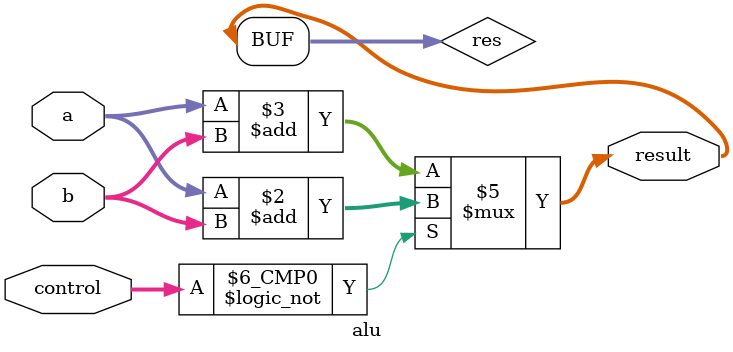
<source format=v>
module alu (
    input  wire [31:0] a, b,
    input  wire [2:0]  control,
    output wire [31:0] result
);
    reg [31:0] res;
    always @(*) begin
        case (control)
            3'b000: res = a + b;
            default: res = a + b;
        endcase
    end
    assign result = res;
endmodule
</source>
